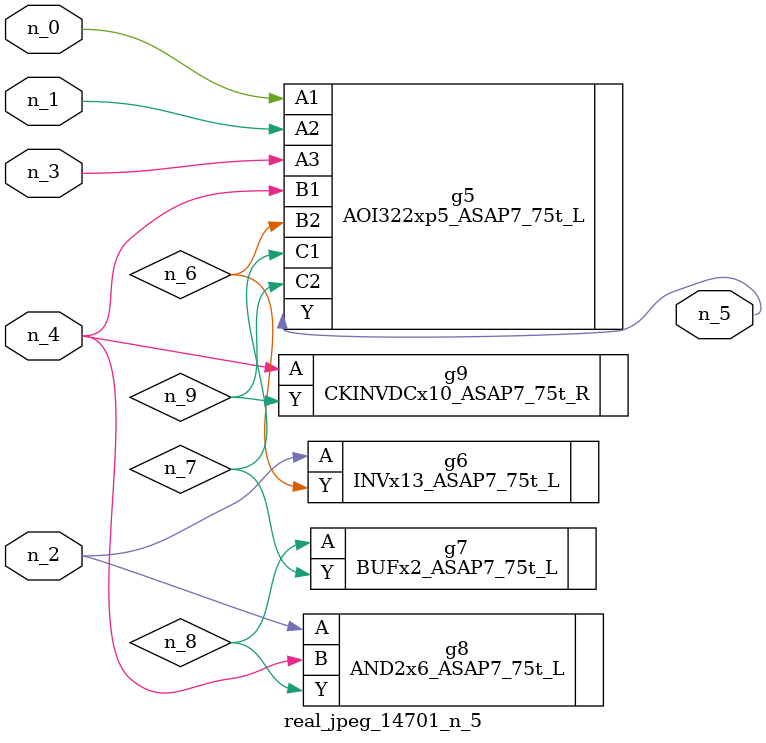
<source format=v>
module real_jpeg_14701_n_5 (n_4, n_0, n_1, n_2, n_3, n_5);

input n_4;
input n_0;
input n_1;
input n_2;
input n_3;

output n_5;

wire n_8;
wire n_6;
wire n_7;
wire n_9;

AOI322xp5_ASAP7_75t_L g5 ( 
.A1(n_0),
.A2(n_1),
.A3(n_3),
.B1(n_4),
.B2(n_6),
.C1(n_7),
.C2(n_9),
.Y(n_5)
);

INVx13_ASAP7_75t_L g6 ( 
.A(n_2),
.Y(n_6)
);

AND2x6_ASAP7_75t_L g8 ( 
.A(n_2),
.B(n_4),
.Y(n_8)
);

CKINVDCx10_ASAP7_75t_R g9 ( 
.A(n_4),
.Y(n_9)
);

BUFx2_ASAP7_75t_L g7 ( 
.A(n_8),
.Y(n_7)
);


endmodule
</source>
